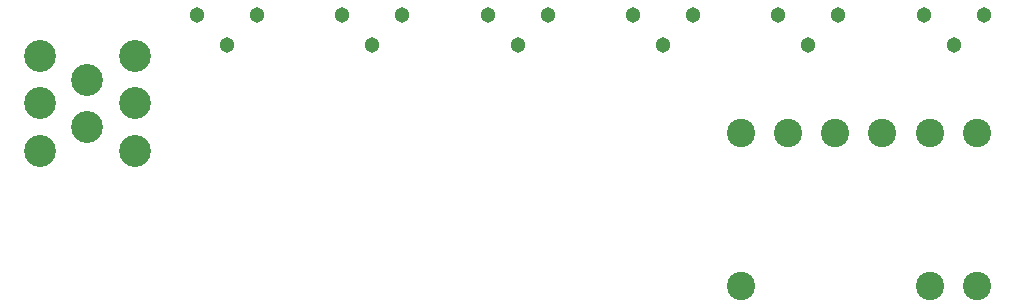
<source format=gbr>
%TF.GenerationSoftware,KiCad,Pcbnew,9.0.2*%
%TF.CreationDate,2025-06-15T01:16:03-07:00*%
%TF.ProjectId,SDM26_BSPD_1.0,53444d32-365f-4425-9350-445f312e302e,rev?*%
%TF.SameCoordinates,Original*%
%TF.FileFunction,Soldermask,Bot*%
%TF.FilePolarity,Negative*%
%FSLAX46Y46*%
G04 Gerber Fmt 4.6, Leading zero omitted, Abs format (unit mm)*
G04 Created by KiCad (PCBNEW 9.0.2) date 2025-06-15 01:16:03*
%MOMM*%
%LPD*%
G01*
G04 APERTURE LIST*
%ADD10C,2.700000*%
%ADD11C,2.400000*%
%ADD12C,1.303000*%
G04 APERTURE END LIST*
D10*
%TO.C,J1*%
X113700000Y-109500000D03*
X113700000Y-113500000D03*
X113700000Y-117500000D03*
X109700000Y-111500000D03*
X109700000Y-115500000D03*
X105700000Y-109500000D03*
X105700000Y-113500000D03*
X105700000Y-117500000D03*
%TD*%
D11*
%TO.C,RED_TP2*%
X169000000Y-116000000D03*
%TD*%
%TO.C,RED_TP1*%
X165000000Y-116000000D03*
%TD*%
D12*
%TO.C,VR1*%
X119000000Y-106000000D03*
X121540000Y-108540000D03*
X124080000Y-106000000D03*
%TD*%
D11*
%TO.C,BLACK_TP1*%
X165000000Y-129000000D03*
%TD*%
%TO.C,WHITE_TP2*%
X181000000Y-129000000D03*
%TD*%
%TO.C,RED_TP5*%
X181000000Y-116000000D03*
%TD*%
D12*
%TO.C,VR6*%
X180500000Y-106000000D03*
X183040000Y-108540000D03*
X185580000Y-106000000D03*
%TD*%
%TO.C,VR2*%
X131300000Y-106000000D03*
X133840000Y-108540000D03*
X136380000Y-106000000D03*
%TD*%
%TO.C,VR3*%
X143620000Y-106000000D03*
X146160000Y-108540000D03*
X148700000Y-106000000D03*
%TD*%
D11*
%TO.C,WHITE_TP1*%
X185000000Y-129000000D03*
%TD*%
%TO.C,RED_TP6*%
X185000000Y-116000000D03*
%TD*%
D12*
%TO.C,VR4*%
X155900000Y-106000000D03*
X158440000Y-108540000D03*
X160980000Y-106000000D03*
%TD*%
%TO.C,VR5*%
X168200000Y-106000000D03*
X170740000Y-108540000D03*
X173280000Y-106000000D03*
%TD*%
D11*
%TO.C,RED_TP3*%
X173000000Y-116000000D03*
%TD*%
%TO.C,RED_TP4*%
X177000000Y-116000000D03*
%TD*%
M02*

</source>
